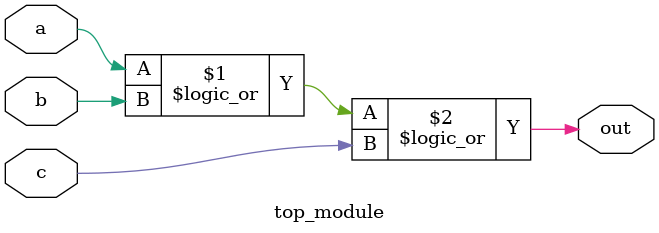
<source format=sv>
module top_module(
    input a,
    input b,
    input c,
    output out
);

    // Logic gate performing a logical OR operation
    assign out = a || b || c;

endmodule

</source>
